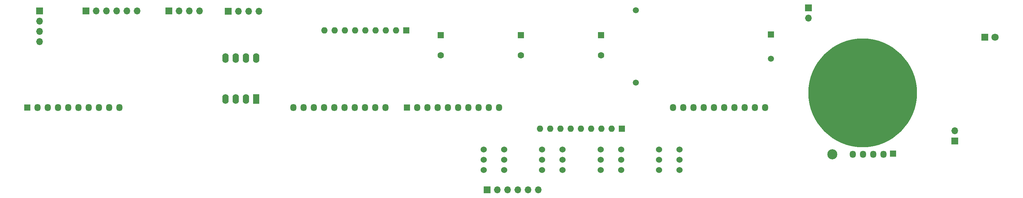
<source format=gts>
%TF.GenerationSoftware,KiCad,Pcbnew,(6.0.0)*%
%TF.CreationDate,2022-01-20T15:09:39+01:00*%
%TF.ProjectId,AlimentatoreDaBancoExATX,416c696d-656e-4746-9174-6f7265446142,rev?*%
%TF.SameCoordinates,Original*%
%TF.FileFunction,Soldermask,Top*%
%TF.FilePolarity,Negative*%
%FSLAX46Y46*%
G04 Gerber Fmt 4.6, Leading zero omitted, Abs format (unit mm)*
G04 Created by KiCad (PCBNEW (6.0.0)) date 2022-01-20 15:09:39*
%MOMM*%
%LPD*%
G01*
G04 APERTURE LIST*
%ADD10C,1.524000*%
%ADD11R,1.524000X1.524000*%
%ADD12O,1.524000X1.800000*%
%ADD13R,1.800000X1.800000*%
%ADD14C,1.800000*%
%ADD15C,27.000000*%
%ADD16C,2.500000*%
%ADD17R,1.700000X1.700000*%
%ADD18O,1.700000X1.700000*%
%ADD19R,1.600000X1.600000*%
%ADD20O,1.600000X1.600000*%
%ADD21R,1.500000X1.500000*%
%ADD22C,1.500000*%
%ADD23R,1.600000X2.400000*%
%ADD24O,1.600000X2.400000*%
%ADD25C,1.600000*%
G04 APERTURE END LIST*
D10*
%TO.C,SW2*%
X156864200Y-83896200D03*
X156864200Y-86436200D03*
X156864200Y-88976200D03*
X161944200Y-83896200D03*
X161944200Y-86436200D03*
X161944200Y-88976200D03*
%TD*%
D11*
%TO.C,OLED1*%
X123335500Y-73431400D03*
D12*
X125875500Y-73431400D03*
X128415500Y-73431400D03*
X130955500Y-73431400D03*
X133495500Y-73431400D03*
X136035500Y-73431400D03*
X138575500Y-73431400D03*
X141115500Y-73431400D03*
X143655500Y-73431400D03*
X146195500Y-73431400D03*
X189375500Y-73431400D03*
X191915500Y-73431400D03*
X194455500Y-73431400D03*
X196995500Y-73431400D03*
X199535500Y-73431400D03*
X202075500Y-73431400D03*
X204615500Y-73431400D03*
X207155500Y-73431400D03*
X209695500Y-73431400D03*
X212235500Y-73431400D03*
%TD*%
D13*
%TO.C,D1*%
X266760500Y-56020600D03*
D14*
X269300500Y-56020600D03*
%TD*%
D10*
%TO.C,SW1*%
X142332300Y-83896200D03*
X142332300Y-86436200D03*
X142332300Y-88976200D03*
X147412300Y-83896200D03*
X147412300Y-86436200D03*
X147412300Y-88976200D03*
%TD*%
D11*
%TO.C,U2*%
X243941600Y-84912200D03*
D12*
X241579400Y-85064600D03*
X239039400Y-85090000D03*
X236499400Y-85090000D03*
X233959400Y-85090000D03*
D15*
X236474000Y-69850000D03*
D16*
X228879400Y-85090000D03*
%TD*%
D10*
%TO.C,SW3*%
X171396100Y-83896200D03*
X171396100Y-86436200D03*
X171396100Y-88976200D03*
X176476100Y-83896200D03*
X176476100Y-86436200D03*
X176476100Y-88976200D03*
%TD*%
D17*
%TO.C,240VAC Switch*%
X259334000Y-81788000D03*
D18*
X259334000Y-79248000D03*
%TD*%
D10*
%TO.C,SW4*%
X185928000Y-83896200D03*
X185928000Y-86436200D03*
X185928000Y-88976200D03*
X191008000Y-83896200D03*
X191008000Y-86436200D03*
X191008000Y-88976200D03*
%TD*%
D17*
%TO.C,J240VACPower*%
X223012000Y-48768000D03*
D18*
X223012000Y-51308000D03*
%TD*%
D11*
%TO.C,OLED2*%
X29122500Y-73431400D03*
D12*
X31662500Y-73431400D03*
X34202500Y-73431400D03*
X36742500Y-73431400D03*
X39282500Y-73431400D03*
X41822500Y-73431400D03*
X44362500Y-73431400D03*
X46902500Y-73431400D03*
X49442500Y-73431400D03*
X51982500Y-73431400D03*
X95162500Y-73431400D03*
X97702500Y-73431400D03*
X100242500Y-73431400D03*
X102782500Y-73431400D03*
X105322500Y-73431400D03*
X107862500Y-73431400D03*
X110402500Y-73431400D03*
X112942500Y-73431400D03*
X115482500Y-73431400D03*
X118022500Y-73431400D03*
%TD*%
D19*
%TO.C,RN1*%
X123129300Y-54305200D03*
D20*
X120589300Y-54305200D03*
X118049300Y-54305200D03*
X115509300Y-54305200D03*
X112969300Y-54305200D03*
X110429300Y-54305200D03*
X107889300Y-54305200D03*
X105349300Y-54305200D03*
X102809300Y-54305200D03*
%TD*%
D17*
%TO.C,J1*%
X43681100Y-49479200D03*
D18*
X46221100Y-49479200D03*
X48761100Y-49479200D03*
X51301100Y-49479200D03*
X53841100Y-49479200D03*
X56381100Y-49479200D03*
%TD*%
D21*
%TO.C,PS1*%
X213693900Y-55318400D03*
D22*
X213693900Y-61318400D03*
X180093900Y-49318400D03*
X180093900Y-67318400D03*
%TD*%
D23*
%TO.C,SW5*%
X85892800Y-71369000D03*
D24*
X83352800Y-71369000D03*
X80812800Y-71369000D03*
X78272800Y-71369000D03*
X78272800Y-61209000D03*
X80812800Y-61209000D03*
X83352800Y-61209000D03*
X85892800Y-61209000D03*
%TD*%
D17*
%TO.C,J2*%
X78917800Y-49606200D03*
D18*
X81457800Y-49606200D03*
X83997800Y-49606200D03*
X86537800Y-49606200D03*
%TD*%
D17*
%TO.C,J7*%
X32156400Y-49530000D03*
D18*
X32156400Y-52070000D03*
X32156400Y-54610000D03*
X32156400Y-57150000D03*
%TD*%
D19*
%TO.C,RN2*%
X176631600Y-78689200D03*
D20*
X174091600Y-78689200D03*
X171551600Y-78689200D03*
X169011600Y-78689200D03*
X166471600Y-78689200D03*
X163931600Y-78689200D03*
X161391600Y-78689200D03*
X158851600Y-78689200D03*
X156311600Y-78689200D03*
%TD*%
D17*
%TO.C,J4*%
X64211200Y-49530000D03*
D18*
X66751200Y-49530000D03*
X69291200Y-49530000D03*
X71831200Y-49530000D03*
%TD*%
D17*
%TO.C,J3*%
X143256000Y-93878400D03*
D18*
X145796000Y-93878400D03*
X148336000Y-93878400D03*
X150876000Y-93878400D03*
X153416000Y-93878400D03*
X155956000Y-93878400D03*
%TD*%
D19*
%TO.C,C4*%
X171500800Y-55524400D03*
D25*
X171500800Y-60524400D03*
%TD*%
D19*
%TO.C,C7*%
X131673600Y-55524400D03*
D25*
X131673600Y-60524400D03*
%TD*%
D19*
%TO.C,C8*%
X151587200Y-55473600D03*
D25*
X151587200Y-60473600D03*
%TD*%
M02*

</source>
